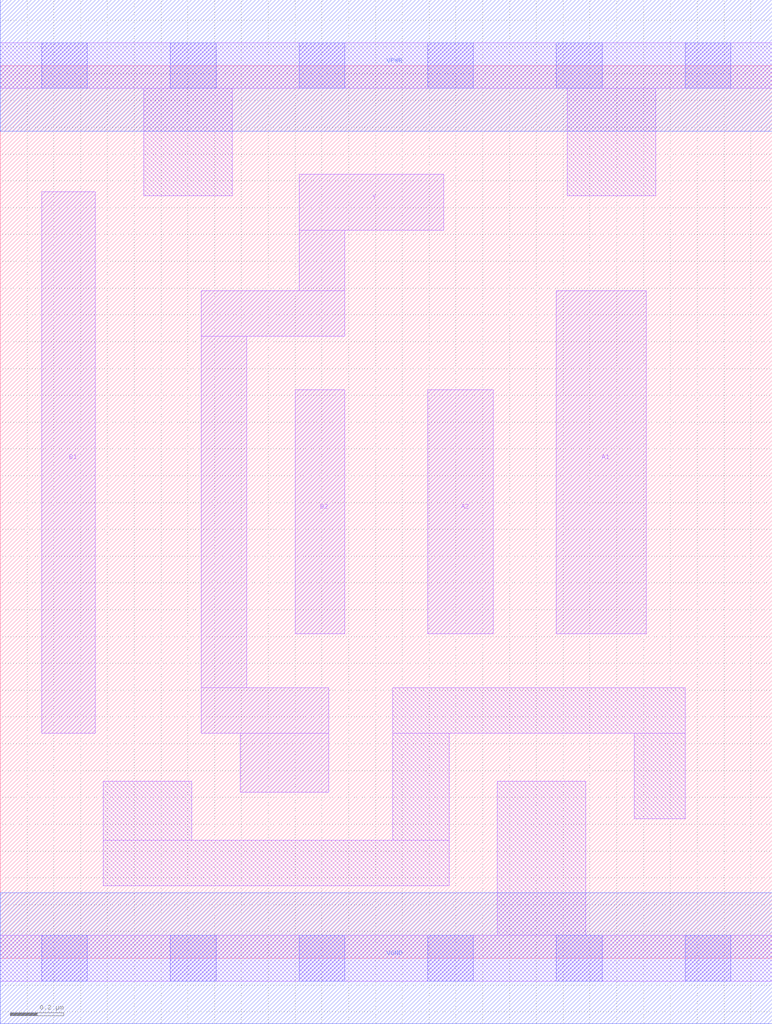
<source format=lef>
# Copyright 2020 The SkyWater PDK Authors
#
# Licensed under the Apache License, Version 2.0 (the "License");
# you may not use this file except in compliance with the License.
# You may obtain a copy of the License at
#
#     https://www.apache.org/licenses/LICENSE-2.0
#
# Unless required by applicable law or agreed to in writing, software
# distributed under the License is distributed on an "AS IS" BASIS,
# WITHOUT WARRANTIES OR CONDITIONS OF ANY KIND, either express or implied.
# See the License for the specific language governing permissions and
# limitations under the License.
#
# SPDX-License-Identifier: Apache-2.0

VERSION 5.7 ;
  NAMESCASESENSITIVE ON ;
  NOWIREEXTENSIONATPIN ON ;
  DIVIDERCHAR "/" ;
  BUSBITCHARS "[]" ;
UNITS
  DATABASE MICRONS 200 ;
END UNITS
MACRO sky130_fd_sc_lp__o22ai_m
  CLASS CORE ;
  FOREIGN sky130_fd_sc_lp__o22ai_m ;
  ORIGIN  0.000000  0.000000 ;
  SIZE  2.880000 BY  3.330000 ;
  SYMMETRY X Y R90 ;
  SITE unit ;
  PIN A1
    ANTENNAGATEAREA  0.126000 ;
    DIRECTION INPUT ;
    USE SIGNAL ;
    PORT
      LAYER li1 ;
        RECT 2.075000 1.210000 2.410000 2.490000 ;
    END
  END A1
  PIN A2
    ANTENNAGATEAREA  0.126000 ;
    DIRECTION INPUT ;
    USE SIGNAL ;
    PORT
      LAYER li1 ;
        RECT 1.595000 1.210000 1.840000 2.120000 ;
    END
  END A2
  PIN B1
    ANTENNAGATEAREA  0.126000 ;
    DIRECTION INPUT ;
    USE SIGNAL ;
    PORT
      LAYER li1 ;
        RECT 0.155000 0.840000 0.355000 2.860000 ;
    END
  END B1
  PIN B2
    ANTENNAGATEAREA  0.126000 ;
    DIRECTION INPUT ;
    USE SIGNAL ;
    PORT
      LAYER li1 ;
        RECT 1.100000 1.210000 1.285000 2.120000 ;
    END
  END B2
  PIN Y
    ANTENNADIFFAREA  0.235200 ;
    DIRECTION OUTPUT ;
    USE SIGNAL ;
    PORT
      LAYER li1 ;
        RECT 0.750000 0.840000 1.225000 1.010000 ;
        RECT 0.750000 1.010000 0.920000 2.320000 ;
        RECT 0.750000 2.320000 1.285000 2.490000 ;
        RECT 0.895000 0.620000 1.225000 0.840000 ;
        RECT 1.115000 2.490000 1.285000 2.715000 ;
        RECT 1.115000 2.715000 1.655000 2.925000 ;
    END
  END Y
  PIN VGND
    DIRECTION INOUT ;
    USE GROUND ;
    PORT
      LAYER met1 ;
        RECT 0.000000 -0.245000 2.880000 0.245000 ;
    END
  END VGND
  PIN VPWR
    DIRECTION INOUT ;
    USE POWER ;
    PORT
      LAYER met1 ;
        RECT 0.000000 3.085000 2.880000 3.575000 ;
    END
  END VPWR
  OBS
    LAYER li1 ;
      RECT 0.000000 -0.085000 2.880000 0.085000 ;
      RECT 0.000000  3.245000 2.880000 3.415000 ;
      RECT 0.385000  0.270000 1.675000 0.440000 ;
      RECT 0.385000  0.440000 0.715000 0.660000 ;
      RECT 0.535000  2.845000 0.865000 3.245000 ;
      RECT 1.465000  0.440000 1.675000 0.840000 ;
      RECT 1.465000  0.840000 2.555000 1.010000 ;
      RECT 1.855000  0.085000 2.185000 0.660000 ;
      RECT 2.115000  2.845000 2.445000 3.245000 ;
      RECT 2.365000  0.520000 2.555000 0.840000 ;
    LAYER mcon ;
      RECT 0.155000 -0.085000 0.325000 0.085000 ;
      RECT 0.155000  3.245000 0.325000 3.415000 ;
      RECT 0.635000 -0.085000 0.805000 0.085000 ;
      RECT 0.635000  3.245000 0.805000 3.415000 ;
      RECT 1.115000 -0.085000 1.285000 0.085000 ;
      RECT 1.115000  3.245000 1.285000 3.415000 ;
      RECT 1.595000 -0.085000 1.765000 0.085000 ;
      RECT 1.595000  3.245000 1.765000 3.415000 ;
      RECT 2.075000 -0.085000 2.245000 0.085000 ;
      RECT 2.075000  3.245000 2.245000 3.415000 ;
      RECT 2.555000 -0.085000 2.725000 0.085000 ;
      RECT 2.555000  3.245000 2.725000 3.415000 ;
  END
END sky130_fd_sc_lp__o22ai_m
END LIBRARY

</source>
